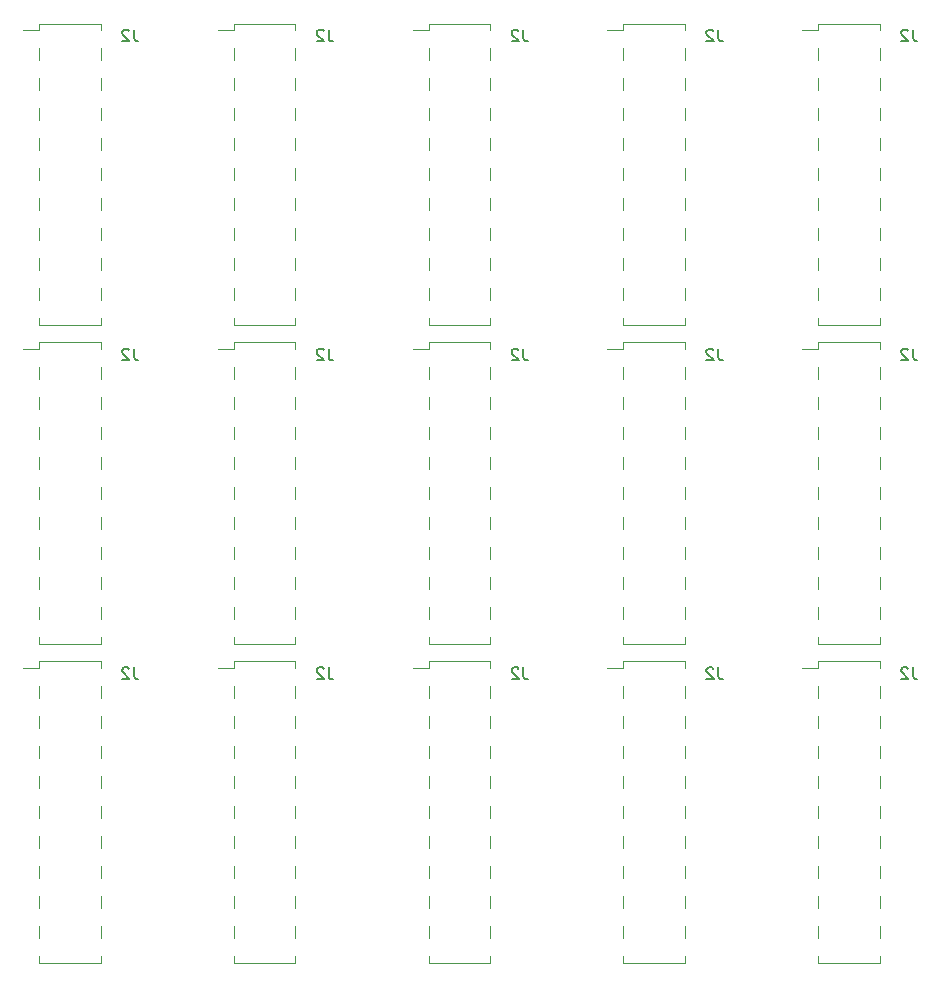
<source format=gbr>
%TF.GenerationSoftware,KiCad,Pcbnew,(6.0.7)*%
%TF.CreationDate,2023-02-25T07:44:42+08:00*%
%TF.ProjectId,BoardCoverter,426f6172-6443-46f7-9665-727465722e6b,rev?*%
%TF.SameCoordinates,Original*%
%TF.FileFunction,Legend,Bot*%
%TF.FilePolarity,Positive*%
%FSLAX46Y46*%
G04 Gerber Fmt 4.6, Leading zero omitted, Abs format (unit mm)*
G04 Created by KiCad (PCBNEW (6.0.7)) date 2023-02-25 07:44:42*
%MOMM*%
%LPD*%
G01*
G04 APERTURE LIST*
%ADD10C,0.150000*%
%ADD11C,0.120000*%
G04 APERTURE END LIST*
D10*
%TO.C,J2*%
X179795833Y-60339880D02*
X179795833Y-61054166D01*
X179843452Y-61197023D01*
X179938690Y-61292261D01*
X180081547Y-61339880D01*
X180176785Y-61339880D01*
X179367261Y-60435119D02*
X179319642Y-60387500D01*
X179224404Y-60339880D01*
X178986309Y-60339880D01*
X178891071Y-60387500D01*
X178843452Y-60435119D01*
X178795833Y-60530357D01*
X178795833Y-60625595D01*
X178843452Y-60768452D01*
X179414880Y-61339880D01*
X178795833Y-61339880D01*
X179795833Y-114339880D02*
X179795833Y-115054166D01*
X179843452Y-115197023D01*
X179938690Y-115292261D01*
X180081547Y-115339880D01*
X180176785Y-115339880D01*
X179367261Y-114435119D02*
X179319642Y-114387500D01*
X179224404Y-114339880D01*
X178986309Y-114339880D01*
X178891071Y-114387500D01*
X178843452Y-114435119D01*
X178795833Y-114530357D01*
X178795833Y-114625595D01*
X178843452Y-114768452D01*
X179414880Y-115339880D01*
X178795833Y-115339880D01*
X146815833Y-87339880D02*
X146815833Y-88054166D01*
X146863452Y-88197023D01*
X146958690Y-88292261D01*
X147101547Y-88339880D01*
X147196785Y-88339880D01*
X146387261Y-87435119D02*
X146339642Y-87387500D01*
X146244404Y-87339880D01*
X146006309Y-87339880D01*
X145911071Y-87387500D01*
X145863452Y-87435119D01*
X145815833Y-87530357D01*
X145815833Y-87625595D01*
X145863452Y-87768452D01*
X146434880Y-88339880D01*
X145815833Y-88339880D01*
X179795833Y-87339880D02*
X179795833Y-88054166D01*
X179843452Y-88197023D01*
X179938690Y-88292261D01*
X180081547Y-88339880D01*
X180176785Y-88339880D01*
X179367261Y-87435119D02*
X179319642Y-87387500D01*
X179224404Y-87339880D01*
X178986309Y-87339880D01*
X178891071Y-87387500D01*
X178843452Y-87435119D01*
X178795833Y-87530357D01*
X178795833Y-87625595D01*
X178843452Y-87768452D01*
X179414880Y-88339880D01*
X178795833Y-88339880D01*
X146815833Y-114339880D02*
X146815833Y-115054166D01*
X146863452Y-115197023D01*
X146958690Y-115292261D01*
X147101547Y-115339880D01*
X147196785Y-115339880D01*
X146387261Y-114435119D02*
X146339642Y-114387500D01*
X146244404Y-114339880D01*
X146006309Y-114339880D01*
X145911071Y-114387500D01*
X145863452Y-114435119D01*
X145815833Y-114530357D01*
X145815833Y-114625595D01*
X145863452Y-114768452D01*
X146434880Y-115339880D01*
X145815833Y-115339880D01*
X130325833Y-60339880D02*
X130325833Y-61054166D01*
X130373452Y-61197023D01*
X130468690Y-61292261D01*
X130611547Y-61339880D01*
X130706785Y-61339880D01*
X129897261Y-60435119D02*
X129849642Y-60387500D01*
X129754404Y-60339880D01*
X129516309Y-60339880D01*
X129421071Y-60387500D01*
X129373452Y-60435119D01*
X129325833Y-60530357D01*
X129325833Y-60625595D01*
X129373452Y-60768452D01*
X129944880Y-61339880D01*
X129325833Y-61339880D01*
X113835833Y-114339880D02*
X113835833Y-115054166D01*
X113883452Y-115197023D01*
X113978690Y-115292261D01*
X114121547Y-115339880D01*
X114216785Y-115339880D01*
X113407261Y-114435119D02*
X113359642Y-114387500D01*
X113264404Y-114339880D01*
X113026309Y-114339880D01*
X112931071Y-114387500D01*
X112883452Y-114435119D01*
X112835833Y-114530357D01*
X112835833Y-114625595D01*
X112883452Y-114768452D01*
X113454880Y-115339880D01*
X112835833Y-115339880D01*
X130325833Y-114339880D02*
X130325833Y-115054166D01*
X130373452Y-115197023D01*
X130468690Y-115292261D01*
X130611547Y-115339880D01*
X130706785Y-115339880D01*
X129897261Y-114435119D02*
X129849642Y-114387500D01*
X129754404Y-114339880D01*
X129516309Y-114339880D01*
X129421071Y-114387500D01*
X129373452Y-114435119D01*
X129325833Y-114530357D01*
X129325833Y-114625595D01*
X129373452Y-114768452D01*
X129944880Y-115339880D01*
X129325833Y-115339880D01*
X146815833Y-60339880D02*
X146815833Y-61054166D01*
X146863452Y-61197023D01*
X146958690Y-61292261D01*
X147101547Y-61339880D01*
X147196785Y-61339880D01*
X146387261Y-60435119D02*
X146339642Y-60387500D01*
X146244404Y-60339880D01*
X146006309Y-60339880D01*
X145911071Y-60387500D01*
X145863452Y-60435119D01*
X145815833Y-60530357D01*
X145815833Y-60625595D01*
X145863452Y-60768452D01*
X146434880Y-61339880D01*
X145815833Y-61339880D01*
X113835833Y-87339880D02*
X113835833Y-88054166D01*
X113883452Y-88197023D01*
X113978690Y-88292261D01*
X114121547Y-88339880D01*
X114216785Y-88339880D01*
X113407261Y-87435119D02*
X113359642Y-87387500D01*
X113264404Y-87339880D01*
X113026309Y-87339880D01*
X112931071Y-87387500D01*
X112883452Y-87435119D01*
X112835833Y-87530357D01*
X112835833Y-87625595D01*
X112883452Y-87768452D01*
X113454880Y-88339880D01*
X112835833Y-88339880D01*
X163305833Y-87339880D02*
X163305833Y-88054166D01*
X163353452Y-88197023D01*
X163448690Y-88292261D01*
X163591547Y-88339880D01*
X163686785Y-88339880D01*
X162877261Y-87435119D02*
X162829642Y-87387500D01*
X162734404Y-87339880D01*
X162496309Y-87339880D01*
X162401071Y-87387500D01*
X162353452Y-87435119D01*
X162305833Y-87530357D01*
X162305833Y-87625595D01*
X162353452Y-87768452D01*
X162924880Y-88339880D01*
X162305833Y-88339880D01*
X130325833Y-87339880D02*
X130325833Y-88054166D01*
X130373452Y-88197023D01*
X130468690Y-88292261D01*
X130611547Y-88339880D01*
X130706785Y-88339880D01*
X129897261Y-87435119D02*
X129849642Y-87387500D01*
X129754404Y-87339880D01*
X129516309Y-87339880D01*
X129421071Y-87387500D01*
X129373452Y-87435119D01*
X129325833Y-87530357D01*
X129325833Y-87625595D01*
X129373452Y-87768452D01*
X129944880Y-88339880D01*
X129325833Y-88339880D01*
X163305833Y-114339880D02*
X163305833Y-115054166D01*
X163353452Y-115197023D01*
X163448690Y-115292261D01*
X163591547Y-115339880D01*
X163686785Y-115339880D01*
X162877261Y-114435119D02*
X162829642Y-114387500D01*
X162734404Y-114339880D01*
X162496309Y-114339880D01*
X162401071Y-114387500D01*
X162353452Y-114435119D01*
X162305833Y-114530357D01*
X162305833Y-114625595D01*
X162353452Y-114768452D01*
X162924880Y-115339880D01*
X162305833Y-115339880D01*
X113835833Y-60339880D02*
X113835833Y-61054166D01*
X113883452Y-61197023D01*
X113978690Y-61292261D01*
X114121547Y-61339880D01*
X114216785Y-61339880D01*
X113407261Y-60435119D02*
X113359642Y-60387500D01*
X113264404Y-60339880D01*
X113026309Y-60339880D01*
X112931071Y-60387500D01*
X112883452Y-60435119D01*
X112835833Y-60530357D01*
X112835833Y-60625595D01*
X112883452Y-60768452D01*
X113454880Y-61339880D01*
X112835833Y-61339880D01*
X163305833Y-60339880D02*
X163305833Y-61054166D01*
X163353452Y-61197023D01*
X163448690Y-61292261D01*
X163591547Y-61339880D01*
X163686785Y-61339880D01*
X162877261Y-60435119D02*
X162829642Y-60387500D01*
X162734404Y-60339880D01*
X162496309Y-60339880D01*
X162401071Y-60387500D01*
X162353452Y-60435119D01*
X162305833Y-60530357D01*
X162305833Y-60625595D01*
X162353452Y-60768452D01*
X162924880Y-61339880D01*
X162305833Y-61339880D01*
D11*
X176972500Y-77157500D02*
X176972500Y-78177500D01*
X171772500Y-82237500D02*
X171772500Y-83257500D01*
X171772500Y-59827500D02*
X171772500Y-60397500D01*
X176972500Y-74617500D02*
X176972500Y-75637500D01*
X176972500Y-82237500D02*
X176972500Y-83257500D01*
X176972500Y-64457500D02*
X176972500Y-65477500D01*
X171772500Y-72077500D02*
X171772500Y-73097500D01*
X171772500Y-69537500D02*
X171772500Y-70557500D01*
X176972500Y-59827500D02*
X176972500Y-60397500D01*
X171772500Y-64457500D02*
X171772500Y-65477500D01*
X171772500Y-66997500D02*
X171772500Y-68017500D01*
X171772500Y-61917500D02*
X171772500Y-62937500D01*
X171772500Y-84777500D02*
X171772500Y-85347500D01*
X176972500Y-66997500D02*
X176972500Y-68017500D01*
X176972500Y-79697500D02*
X176972500Y-80717500D01*
X176972500Y-59827500D02*
X171772500Y-59827500D01*
X176972500Y-72077500D02*
X176972500Y-73097500D01*
X176972500Y-85347500D02*
X171772500Y-85347500D01*
X176972500Y-61917500D02*
X176972500Y-62937500D01*
X171772500Y-74617500D02*
X171772500Y-75637500D01*
X176972500Y-69537500D02*
X176972500Y-70557500D01*
X171772500Y-77157500D02*
X171772500Y-78177500D01*
X171772500Y-60397500D02*
X170412500Y-60397500D01*
X171772500Y-79697500D02*
X171772500Y-80717500D01*
X176972500Y-84777500D02*
X176972500Y-85347500D01*
X176972500Y-126077500D02*
X176972500Y-127097500D01*
X171772500Y-115917500D02*
X171772500Y-116937500D01*
X176972500Y-123537500D02*
X176972500Y-124557500D01*
X171772500Y-113827500D02*
X171772500Y-114397500D01*
X171772500Y-131157500D02*
X171772500Y-132177500D01*
X171772500Y-138777500D02*
X171772500Y-139347500D01*
X176972500Y-133697500D02*
X176972500Y-134717500D01*
X176972500Y-138777500D02*
X176972500Y-139347500D01*
X171772500Y-120997500D02*
X171772500Y-122017500D01*
X176972500Y-131157500D02*
X176972500Y-132177500D01*
X171772500Y-123537500D02*
X171772500Y-124557500D01*
X176972500Y-113827500D02*
X176972500Y-114397500D01*
X176972500Y-136237500D02*
X176972500Y-137257500D01*
X171772500Y-118457500D02*
X171772500Y-119477500D01*
X171772500Y-133697500D02*
X171772500Y-134717500D01*
X176972500Y-128617500D02*
X176972500Y-129637500D01*
X171772500Y-114397500D02*
X170412500Y-114397500D01*
X176972500Y-120997500D02*
X176972500Y-122017500D01*
X176972500Y-113827500D02*
X171772500Y-113827500D01*
X176972500Y-118457500D02*
X176972500Y-119477500D01*
X171772500Y-126077500D02*
X171772500Y-127097500D01*
X171772500Y-136237500D02*
X171772500Y-137257500D01*
X176972500Y-115917500D02*
X176972500Y-116937500D01*
X171772500Y-128617500D02*
X171772500Y-129637500D01*
X176972500Y-139347500D02*
X171772500Y-139347500D01*
X143992500Y-109237500D02*
X143992500Y-110257500D01*
X143992500Y-93997500D02*
X143992500Y-95017500D01*
X143992500Y-91457500D02*
X143992500Y-92477500D01*
X138792500Y-93997500D02*
X138792500Y-95017500D01*
X138792500Y-106697500D02*
X138792500Y-107717500D01*
X138792500Y-109237500D02*
X138792500Y-110257500D01*
X143992500Y-86827500D02*
X138792500Y-86827500D01*
X143992500Y-111777500D02*
X143992500Y-112347500D01*
X143992500Y-101617500D02*
X143992500Y-102637500D01*
X138792500Y-86827500D02*
X138792500Y-87397500D01*
X138792500Y-111777500D02*
X138792500Y-112347500D01*
X143992500Y-106697500D02*
X143992500Y-107717500D01*
X143992500Y-86827500D02*
X143992500Y-87397500D01*
X138792500Y-99077500D02*
X138792500Y-100097500D01*
X138792500Y-104157500D02*
X138792500Y-105177500D01*
X138792500Y-101617500D02*
X138792500Y-102637500D01*
X143992500Y-112347500D02*
X138792500Y-112347500D01*
X138792500Y-91457500D02*
X138792500Y-92477500D01*
X138792500Y-96537500D02*
X138792500Y-97557500D01*
X143992500Y-88917500D02*
X143992500Y-89937500D01*
X138792500Y-87397500D02*
X137432500Y-87397500D01*
X143992500Y-104157500D02*
X143992500Y-105177500D01*
X143992500Y-96537500D02*
X143992500Y-97557500D01*
X143992500Y-99077500D02*
X143992500Y-100097500D01*
X138792500Y-88917500D02*
X138792500Y-89937500D01*
X171772500Y-111777500D02*
X171772500Y-112347500D01*
X176972500Y-112347500D02*
X171772500Y-112347500D01*
X171772500Y-96537500D02*
X171772500Y-97557500D01*
X176972500Y-101617500D02*
X176972500Y-102637500D01*
X176972500Y-93997500D02*
X176972500Y-95017500D01*
X171772500Y-88917500D02*
X171772500Y-89937500D01*
X176972500Y-106697500D02*
X176972500Y-107717500D01*
X171772500Y-87397500D02*
X170412500Y-87397500D01*
X171772500Y-101617500D02*
X171772500Y-102637500D01*
X176972500Y-104157500D02*
X176972500Y-105177500D01*
X176972500Y-109237500D02*
X176972500Y-110257500D01*
X176972500Y-86827500D02*
X176972500Y-87397500D01*
X171772500Y-109237500D02*
X171772500Y-110257500D01*
X176972500Y-96537500D02*
X176972500Y-97557500D01*
X176972500Y-99077500D02*
X176972500Y-100097500D01*
X176972500Y-88917500D02*
X176972500Y-89937500D01*
X171772500Y-91457500D02*
X171772500Y-92477500D01*
X171772500Y-93997500D02*
X171772500Y-95017500D01*
X171772500Y-99077500D02*
X171772500Y-100097500D01*
X176972500Y-91457500D02*
X176972500Y-92477500D01*
X171772500Y-86827500D02*
X171772500Y-87397500D01*
X176972500Y-86827500D02*
X171772500Y-86827500D01*
X171772500Y-104157500D02*
X171772500Y-105177500D01*
X171772500Y-106697500D02*
X171772500Y-107717500D01*
X176972500Y-111777500D02*
X176972500Y-112347500D01*
X143992500Y-133697500D02*
X143992500Y-134717500D01*
X143992500Y-128617500D02*
X143992500Y-129637500D01*
X143992500Y-120997500D02*
X143992500Y-122017500D01*
X138792500Y-131157500D02*
X138792500Y-132177500D01*
X138792500Y-114397500D02*
X137432500Y-114397500D01*
X138792500Y-118457500D02*
X138792500Y-119477500D01*
X143992500Y-123537500D02*
X143992500Y-124557500D01*
X138792500Y-128617500D02*
X138792500Y-129637500D01*
X138792500Y-120997500D02*
X138792500Y-122017500D01*
X143992500Y-113827500D02*
X143992500Y-114397500D01*
X138792500Y-123537500D02*
X138792500Y-124557500D01*
X138792500Y-133697500D02*
X138792500Y-134717500D01*
X143992500Y-113827500D02*
X138792500Y-113827500D01*
X143992500Y-138777500D02*
X143992500Y-139347500D01*
X143992500Y-139347500D02*
X138792500Y-139347500D01*
X143992500Y-118457500D02*
X143992500Y-119477500D01*
X143992500Y-126077500D02*
X143992500Y-127097500D01*
X138792500Y-126077500D02*
X138792500Y-127097500D01*
X138792500Y-136237500D02*
X138792500Y-137257500D01*
X143992500Y-136237500D02*
X143992500Y-137257500D01*
X138792500Y-138777500D02*
X138792500Y-139347500D01*
X143992500Y-131157500D02*
X143992500Y-132177500D01*
X138792500Y-113827500D02*
X138792500Y-114397500D01*
X143992500Y-115917500D02*
X143992500Y-116937500D01*
X138792500Y-115917500D02*
X138792500Y-116937500D01*
X122302500Y-79697500D02*
X122302500Y-80717500D01*
X122302500Y-61917500D02*
X122302500Y-62937500D01*
X127502500Y-61917500D02*
X127502500Y-62937500D01*
X122302500Y-66997500D02*
X122302500Y-68017500D01*
X127502500Y-82237500D02*
X127502500Y-83257500D01*
X127502500Y-66997500D02*
X127502500Y-68017500D01*
X122302500Y-64457500D02*
X122302500Y-65477500D01*
X127502500Y-59827500D02*
X122302500Y-59827500D01*
X127502500Y-84777500D02*
X127502500Y-85347500D01*
X122302500Y-60397500D02*
X120942500Y-60397500D01*
X127502500Y-59827500D02*
X127502500Y-60397500D01*
X127502500Y-77157500D02*
X127502500Y-78177500D01*
X127502500Y-85347500D02*
X122302500Y-85347500D01*
X122302500Y-82237500D02*
X122302500Y-83257500D01*
X127502500Y-79697500D02*
X127502500Y-80717500D01*
X127502500Y-72077500D02*
X127502500Y-73097500D01*
X122302500Y-74617500D02*
X122302500Y-75637500D01*
X127502500Y-64457500D02*
X127502500Y-65477500D01*
X122302500Y-84777500D02*
X122302500Y-85347500D01*
X122302500Y-77157500D02*
X122302500Y-78177500D01*
X127502500Y-69537500D02*
X127502500Y-70557500D01*
X122302500Y-72077500D02*
X122302500Y-73097500D01*
X122302500Y-59827500D02*
X122302500Y-60397500D01*
X122302500Y-69537500D02*
X122302500Y-70557500D01*
X127502500Y-74617500D02*
X127502500Y-75637500D01*
X111012500Y-118457500D02*
X111012500Y-119477500D01*
X111012500Y-138777500D02*
X111012500Y-139347500D01*
X105812500Y-115917500D02*
X105812500Y-116937500D01*
X105812500Y-123537500D02*
X105812500Y-124557500D01*
X111012500Y-126077500D02*
X111012500Y-127097500D01*
X111012500Y-113827500D02*
X111012500Y-114397500D01*
X105812500Y-138777500D02*
X105812500Y-139347500D01*
X105812500Y-133697500D02*
X105812500Y-134717500D01*
X105812500Y-131157500D02*
X105812500Y-132177500D01*
X111012500Y-131157500D02*
X111012500Y-132177500D01*
X105812500Y-136237500D02*
X105812500Y-137257500D01*
X111012500Y-136237500D02*
X111012500Y-137257500D01*
X111012500Y-139347500D02*
X105812500Y-139347500D01*
X111012500Y-133697500D02*
X111012500Y-134717500D01*
X105812500Y-113827500D02*
X105812500Y-114397500D01*
X111012500Y-128617500D02*
X111012500Y-129637500D01*
X105812500Y-114397500D02*
X104452500Y-114397500D01*
X105812500Y-120997500D02*
X105812500Y-122017500D01*
X111012500Y-115917500D02*
X111012500Y-116937500D01*
X111012500Y-120997500D02*
X111012500Y-122017500D01*
X111012500Y-123537500D02*
X111012500Y-124557500D01*
X105812500Y-118457500D02*
X105812500Y-119477500D01*
X105812500Y-126077500D02*
X105812500Y-127097500D01*
X111012500Y-113827500D02*
X105812500Y-113827500D01*
X105812500Y-128617500D02*
X105812500Y-129637500D01*
X127502500Y-139347500D02*
X122302500Y-139347500D01*
X122302500Y-114397500D02*
X120942500Y-114397500D01*
X127502500Y-126077500D02*
X127502500Y-127097500D01*
X127502500Y-113827500D02*
X122302500Y-113827500D01*
X122302500Y-133697500D02*
X122302500Y-134717500D01*
X122302500Y-138777500D02*
X122302500Y-139347500D01*
X127502500Y-115917500D02*
X127502500Y-116937500D01*
X127502500Y-118457500D02*
X127502500Y-119477500D01*
X127502500Y-138777500D02*
X127502500Y-139347500D01*
X127502500Y-128617500D02*
X127502500Y-129637500D01*
X127502500Y-123537500D02*
X127502500Y-124557500D01*
X127502500Y-131157500D02*
X127502500Y-132177500D01*
X122302500Y-118457500D02*
X122302500Y-119477500D01*
X122302500Y-115917500D02*
X122302500Y-116937500D01*
X122302500Y-120997500D02*
X122302500Y-122017500D01*
X127502500Y-136237500D02*
X127502500Y-137257500D01*
X122302500Y-113827500D02*
X122302500Y-114397500D01*
X127502500Y-120997500D02*
X127502500Y-122017500D01*
X127502500Y-113827500D02*
X127502500Y-114397500D01*
X122302500Y-126077500D02*
X122302500Y-127097500D01*
X122302500Y-136237500D02*
X122302500Y-137257500D01*
X122302500Y-128617500D02*
X122302500Y-129637500D01*
X127502500Y-133697500D02*
X127502500Y-134717500D01*
X122302500Y-131157500D02*
X122302500Y-132177500D01*
X122302500Y-123537500D02*
X122302500Y-124557500D01*
X143992500Y-69537500D02*
X143992500Y-70557500D01*
X143992500Y-82237500D02*
X143992500Y-83257500D01*
X143992500Y-59827500D02*
X143992500Y-60397500D01*
X138792500Y-69537500D02*
X138792500Y-70557500D01*
X138792500Y-59827500D02*
X138792500Y-60397500D01*
X138792500Y-79697500D02*
X138792500Y-80717500D01*
X143992500Y-66997500D02*
X143992500Y-68017500D01*
X143992500Y-79697500D02*
X143992500Y-80717500D01*
X143992500Y-72077500D02*
X143992500Y-73097500D01*
X143992500Y-59827500D02*
X138792500Y-59827500D01*
X138792500Y-84777500D02*
X138792500Y-85347500D01*
X138792500Y-64457500D02*
X138792500Y-65477500D01*
X143992500Y-85347500D02*
X138792500Y-85347500D01*
X143992500Y-64457500D02*
X143992500Y-65477500D01*
X138792500Y-60397500D02*
X137432500Y-60397500D01*
X143992500Y-77157500D02*
X143992500Y-78177500D01*
X138792500Y-72077500D02*
X138792500Y-73097500D01*
X138792500Y-77157500D02*
X138792500Y-78177500D01*
X138792500Y-74617500D02*
X138792500Y-75637500D01*
X138792500Y-82237500D02*
X138792500Y-83257500D01*
X138792500Y-61917500D02*
X138792500Y-62937500D01*
X143992500Y-74617500D02*
X143992500Y-75637500D01*
X143992500Y-61917500D02*
X143992500Y-62937500D01*
X138792500Y-66997500D02*
X138792500Y-68017500D01*
X143992500Y-84777500D02*
X143992500Y-85347500D01*
X105812500Y-109237500D02*
X105812500Y-110257500D01*
X105812500Y-86827500D02*
X105812500Y-87397500D01*
X111012500Y-112347500D02*
X105812500Y-112347500D01*
X105812500Y-101617500D02*
X105812500Y-102637500D01*
X111012500Y-86827500D02*
X105812500Y-86827500D01*
X111012500Y-99077500D02*
X111012500Y-100097500D01*
X111012500Y-111777500D02*
X111012500Y-112347500D01*
X105812500Y-87397500D02*
X104452500Y-87397500D01*
X111012500Y-86827500D02*
X111012500Y-87397500D01*
X111012500Y-109237500D02*
X111012500Y-110257500D01*
X105812500Y-111777500D02*
X105812500Y-112347500D01*
X105812500Y-99077500D02*
X105812500Y-100097500D01*
X111012500Y-93997500D02*
X111012500Y-95017500D01*
X105812500Y-106697500D02*
X105812500Y-107717500D01*
X105812500Y-93997500D02*
X105812500Y-95017500D01*
X105812500Y-104157500D02*
X105812500Y-105177500D01*
X111012500Y-88917500D02*
X111012500Y-89937500D01*
X111012500Y-91457500D02*
X111012500Y-92477500D01*
X105812500Y-88917500D02*
X105812500Y-89937500D01*
X105812500Y-96537500D02*
X105812500Y-97557500D01*
X111012500Y-106697500D02*
X111012500Y-107717500D01*
X105812500Y-91457500D02*
X105812500Y-92477500D01*
X111012500Y-96537500D02*
X111012500Y-97557500D01*
X111012500Y-101617500D02*
X111012500Y-102637500D01*
X111012500Y-104157500D02*
X111012500Y-105177500D01*
X155282500Y-99077500D02*
X155282500Y-100097500D01*
X160482500Y-86827500D02*
X160482500Y-87397500D01*
X160482500Y-104157500D02*
X160482500Y-105177500D01*
X155282500Y-104157500D02*
X155282500Y-105177500D01*
X155282500Y-101617500D02*
X155282500Y-102637500D01*
X160482500Y-96537500D02*
X160482500Y-97557500D01*
X155282500Y-91457500D02*
X155282500Y-92477500D01*
X155282500Y-88917500D02*
X155282500Y-89937500D01*
X160482500Y-99077500D02*
X160482500Y-100097500D01*
X155282500Y-87397500D02*
X153922500Y-87397500D01*
X160482500Y-86827500D02*
X155282500Y-86827500D01*
X155282500Y-106697500D02*
X155282500Y-107717500D01*
X160482500Y-101617500D02*
X160482500Y-102637500D01*
X160482500Y-109237500D02*
X160482500Y-110257500D01*
X160482500Y-88917500D02*
X160482500Y-89937500D01*
X155282500Y-86827500D02*
X155282500Y-87397500D01*
X155282500Y-111777500D02*
X155282500Y-112347500D01*
X160482500Y-91457500D02*
X160482500Y-92477500D01*
X155282500Y-93997500D02*
X155282500Y-95017500D01*
X160482500Y-111777500D02*
X160482500Y-112347500D01*
X155282500Y-96537500D02*
X155282500Y-97557500D01*
X160482500Y-93997500D02*
X160482500Y-95017500D01*
X155282500Y-109237500D02*
X155282500Y-110257500D01*
X160482500Y-112347500D02*
X155282500Y-112347500D01*
X160482500Y-106697500D02*
X160482500Y-107717500D01*
X122302500Y-109237500D02*
X122302500Y-110257500D01*
X127502500Y-86827500D02*
X127502500Y-87397500D01*
X127502500Y-111777500D02*
X127502500Y-112347500D01*
X127502500Y-104157500D02*
X127502500Y-105177500D01*
X127502500Y-88917500D02*
X127502500Y-89937500D01*
X122302500Y-101617500D02*
X122302500Y-102637500D01*
X122302500Y-87397500D02*
X120942500Y-87397500D01*
X122302500Y-93997500D02*
X122302500Y-95017500D01*
X127502500Y-91457500D02*
X127502500Y-92477500D01*
X127502500Y-99077500D02*
X127502500Y-100097500D01*
X127502500Y-112347500D02*
X122302500Y-112347500D01*
X127502500Y-109237500D02*
X127502500Y-110257500D01*
X122302500Y-99077500D02*
X122302500Y-100097500D01*
X122302500Y-88917500D02*
X122302500Y-89937500D01*
X127502500Y-96537500D02*
X127502500Y-97557500D01*
X122302500Y-96537500D02*
X122302500Y-97557500D01*
X122302500Y-86827500D02*
X122302500Y-87397500D01*
X127502500Y-93997500D02*
X127502500Y-95017500D01*
X122302500Y-106697500D02*
X122302500Y-107717500D01*
X127502500Y-86827500D02*
X122302500Y-86827500D01*
X127502500Y-106697500D02*
X127502500Y-107717500D01*
X122302500Y-104157500D02*
X122302500Y-105177500D01*
X122302500Y-111777500D02*
X122302500Y-112347500D01*
X127502500Y-101617500D02*
X127502500Y-102637500D01*
X122302500Y-91457500D02*
X122302500Y-92477500D01*
X160482500Y-128617500D02*
X160482500Y-129637500D01*
X160482500Y-115917500D02*
X160482500Y-116937500D01*
X155282500Y-113827500D02*
X155282500Y-114397500D01*
X155282500Y-118457500D02*
X155282500Y-119477500D01*
X160482500Y-123537500D02*
X160482500Y-124557500D01*
X155282500Y-115917500D02*
X155282500Y-116937500D01*
X155282500Y-133697500D02*
X155282500Y-134717500D01*
X155282500Y-131157500D02*
X155282500Y-132177500D01*
X155282500Y-136237500D02*
X155282500Y-137257500D01*
X155282500Y-128617500D02*
X155282500Y-129637500D01*
X160482500Y-131157500D02*
X160482500Y-132177500D01*
X155282500Y-114397500D02*
X153922500Y-114397500D01*
X160482500Y-113827500D02*
X160482500Y-114397500D01*
X160482500Y-126077500D02*
X160482500Y-127097500D01*
X160482500Y-113827500D02*
X155282500Y-113827500D01*
X160482500Y-120997500D02*
X160482500Y-122017500D01*
X160482500Y-139347500D02*
X155282500Y-139347500D01*
X160482500Y-118457500D02*
X160482500Y-119477500D01*
X155282500Y-126077500D02*
X155282500Y-127097500D01*
X155282500Y-120997500D02*
X155282500Y-122017500D01*
X160482500Y-138777500D02*
X160482500Y-139347500D01*
X155282500Y-138777500D02*
X155282500Y-139347500D01*
X155282500Y-123537500D02*
X155282500Y-124557500D01*
X160482500Y-136237500D02*
X160482500Y-137257500D01*
X160482500Y-133697500D02*
X160482500Y-134717500D01*
X105812500Y-77157500D02*
X105812500Y-78177500D01*
X111012500Y-85347500D02*
X105812500Y-85347500D01*
X105812500Y-59827500D02*
X105812500Y-60397500D01*
X105812500Y-82237500D02*
X105812500Y-83257500D01*
X111012500Y-84777500D02*
X111012500Y-85347500D01*
X111012500Y-72077500D02*
X111012500Y-73097500D01*
X111012500Y-66997500D02*
X111012500Y-68017500D01*
X111012500Y-82237500D02*
X111012500Y-83257500D01*
X105812500Y-72077500D02*
X105812500Y-73097500D01*
X105812500Y-64457500D02*
X105812500Y-65477500D01*
X105812500Y-69537500D02*
X105812500Y-70557500D01*
X105812500Y-84777500D02*
X105812500Y-85347500D01*
X105812500Y-79697500D02*
X105812500Y-80717500D01*
X111012500Y-74617500D02*
X111012500Y-75637500D01*
X111012500Y-79697500D02*
X111012500Y-80717500D01*
X105812500Y-66997500D02*
X105812500Y-68017500D01*
X111012500Y-77157500D02*
X111012500Y-78177500D01*
X105812500Y-60397500D02*
X104452500Y-60397500D01*
X111012500Y-59827500D02*
X111012500Y-60397500D01*
X111012500Y-69537500D02*
X111012500Y-70557500D01*
X105812500Y-74617500D02*
X105812500Y-75637500D01*
X111012500Y-59827500D02*
X105812500Y-59827500D01*
X111012500Y-61917500D02*
X111012500Y-62937500D01*
X111012500Y-64457500D02*
X111012500Y-65477500D01*
X105812500Y-61917500D02*
X105812500Y-62937500D01*
X155282500Y-72077500D02*
X155282500Y-73097500D01*
X160482500Y-61917500D02*
X160482500Y-62937500D01*
X160482500Y-72077500D02*
X160482500Y-73097500D01*
X160482500Y-82237500D02*
X160482500Y-83257500D01*
X155282500Y-74617500D02*
X155282500Y-75637500D01*
X155282500Y-64457500D02*
X155282500Y-65477500D01*
X155282500Y-60397500D02*
X153922500Y-60397500D01*
X160482500Y-77157500D02*
X160482500Y-78177500D01*
X160482500Y-69537500D02*
X160482500Y-70557500D01*
X160482500Y-59827500D02*
X160482500Y-60397500D01*
X155282500Y-77157500D02*
X155282500Y-78177500D01*
X160482500Y-66997500D02*
X160482500Y-68017500D01*
X155282500Y-79697500D02*
X155282500Y-80717500D01*
X155282500Y-66997500D02*
X155282500Y-68017500D01*
X160482500Y-85347500D02*
X155282500Y-85347500D01*
X160482500Y-79697500D02*
X160482500Y-80717500D01*
X160482500Y-59827500D02*
X155282500Y-59827500D01*
X155282500Y-59827500D02*
X155282500Y-60397500D01*
X155282500Y-84777500D02*
X155282500Y-85347500D01*
X160482500Y-74617500D02*
X160482500Y-75637500D01*
X155282500Y-61917500D02*
X155282500Y-62937500D01*
X160482500Y-64457500D02*
X160482500Y-65477500D01*
X155282500Y-82237500D02*
X155282500Y-83257500D01*
X155282500Y-69537500D02*
X155282500Y-70557500D01*
X160482500Y-84777500D02*
X160482500Y-85347500D01*
%TD*%
M02*

</source>
